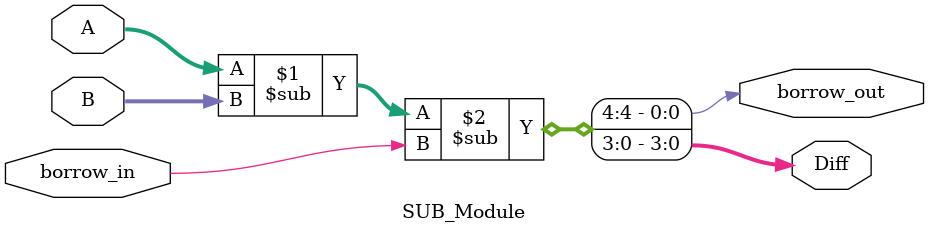
<source format=v>

module SUB_Module(
    input [3:0] A,
    input [3:0] B,
    input borrow_in,
    output [3:0] Diff,
    output borrow_out
);
    assign {borrow_out, Diff} = A - B - borrow_in;
endmodule

</source>
